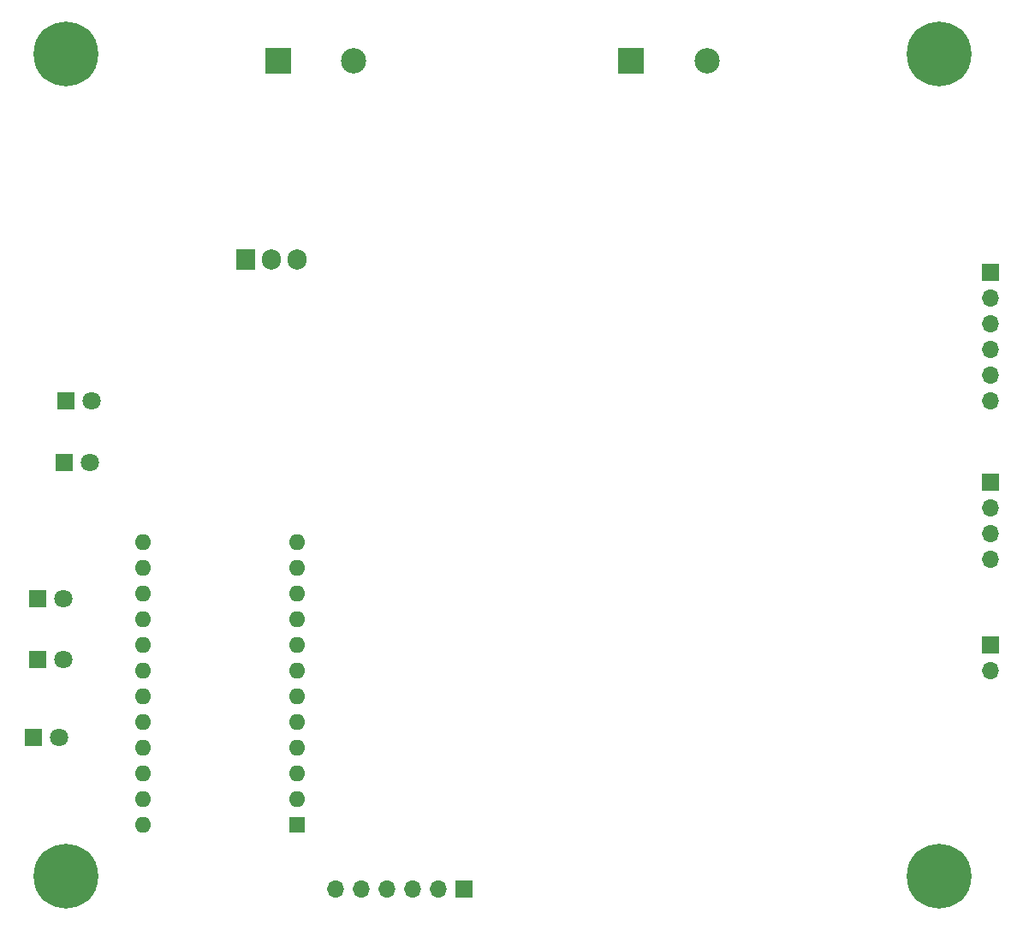
<source format=gbr>
%TF.GenerationSoftware,KiCad,Pcbnew,7.0.9-7.0.9~ubuntu22.04.1*%
%TF.CreationDate,2023-12-14T14:13:46-05:00*%
%TF.ProjectId,monitor_board,6d6f6e69-746f-4725-9f62-6f6172642e6b,rev?*%
%TF.SameCoordinates,Original*%
%TF.FileFunction,Soldermask,Bot*%
%TF.FilePolarity,Negative*%
%FSLAX46Y46*%
G04 Gerber Fmt 4.6, Leading zero omitted, Abs format (unit mm)*
G04 Created by KiCad (PCBNEW 7.0.9-7.0.9~ubuntu22.04.1) date 2023-12-14 14:13:46*
%MOMM*%
%LPD*%
G01*
G04 APERTURE LIST*
%ADD10R,1.800000X1.800000*%
%ADD11C,1.800000*%
%ADD12C,6.400000*%
%ADD13R,1.700000X1.700000*%
%ADD14O,1.700000X1.700000*%
%ADD15R,1.905000X2.000000*%
%ADD16O,1.905000X2.000000*%
%ADD17R,2.500000X2.500000*%
%ADD18C,2.500000*%
%ADD19R,1.600000X1.600000*%
%ADD20O,1.600000X1.600000*%
G04 APERTURE END LIST*
D10*
%TO.C,LED3*%
X37841000Y-92837000D03*
D11*
X40381000Y-92837000D03*
%TD*%
D10*
%TO.C,5V1*%
X40513000Y-73406000D03*
D11*
X43053000Y-73406000D03*
%TD*%
D12*
%TO.C,H8*%
X127000000Y-114300000D03*
%TD*%
D10*
%TO.C,LED2*%
X37460000Y-100584000D03*
D11*
X40000000Y-100584000D03*
%TD*%
D13*
%TO.C,J6*%
X80010000Y-115570000D03*
D14*
X77470000Y-115570000D03*
X74930000Y-115570000D03*
X72390000Y-115570000D03*
X69850000Y-115570000D03*
X67310000Y-115570000D03*
%TD*%
D10*
%TO.C,LED1*%
X37846000Y-86868000D03*
D11*
X40386000Y-86868000D03*
%TD*%
D12*
%TO.C,H6*%
X127000000Y-33020000D03*
%TD*%
D10*
%TO.C,12V1*%
X40640000Y-67310000D03*
D11*
X43180000Y-67310000D03*
%TD*%
D13*
%TO.C,J1*%
X132080000Y-75311000D03*
D14*
X132080000Y-77851000D03*
X132080000Y-80391000D03*
X132080000Y-82931000D03*
%TD*%
D15*
%TO.C,U3*%
X58420000Y-53340000D03*
D16*
X60960000Y-53340000D03*
X63500000Y-53340000D03*
%TD*%
D17*
%TO.C,J2*%
X96580000Y-33655000D03*
D18*
X104080000Y-33655000D03*
%TD*%
D13*
%TO.C,J5*%
X132080000Y-91440000D03*
D14*
X132080000Y-93980000D03*
%TD*%
D19*
%TO.C,A1*%
X63505000Y-109225000D03*
D20*
X63505000Y-106685000D03*
X63505000Y-104145000D03*
X63505000Y-101605000D03*
X63505000Y-99065000D03*
X63505000Y-96525000D03*
X63505000Y-93985000D03*
X63505000Y-91445000D03*
X63505000Y-88905000D03*
X63505000Y-86365000D03*
X63505000Y-83825000D03*
X63505000Y-81285000D03*
X48265000Y-81285000D03*
X48265000Y-83825000D03*
X48265000Y-86365000D03*
X48265000Y-88905000D03*
X48265000Y-91445000D03*
X48265000Y-93985000D03*
X48265000Y-96525000D03*
X48265000Y-99065000D03*
X48265000Y-101605000D03*
X48265000Y-104145000D03*
X48265000Y-106685000D03*
X48265000Y-109225000D03*
%TD*%
D17*
%TO.C,J4*%
X61655000Y-33655000D03*
D18*
X69155000Y-33655000D03*
%TD*%
D12*
%TO.C,H5*%
X40640000Y-33020000D03*
%TD*%
%TO.C,H7*%
X40640000Y-114300000D03*
%TD*%
D13*
%TO.C,J3*%
X132080000Y-54610000D03*
D14*
X132080000Y-57150000D03*
X132080000Y-59690000D03*
X132080000Y-62230000D03*
X132080000Y-64770000D03*
X132080000Y-67310000D03*
%TD*%
M02*

</source>
